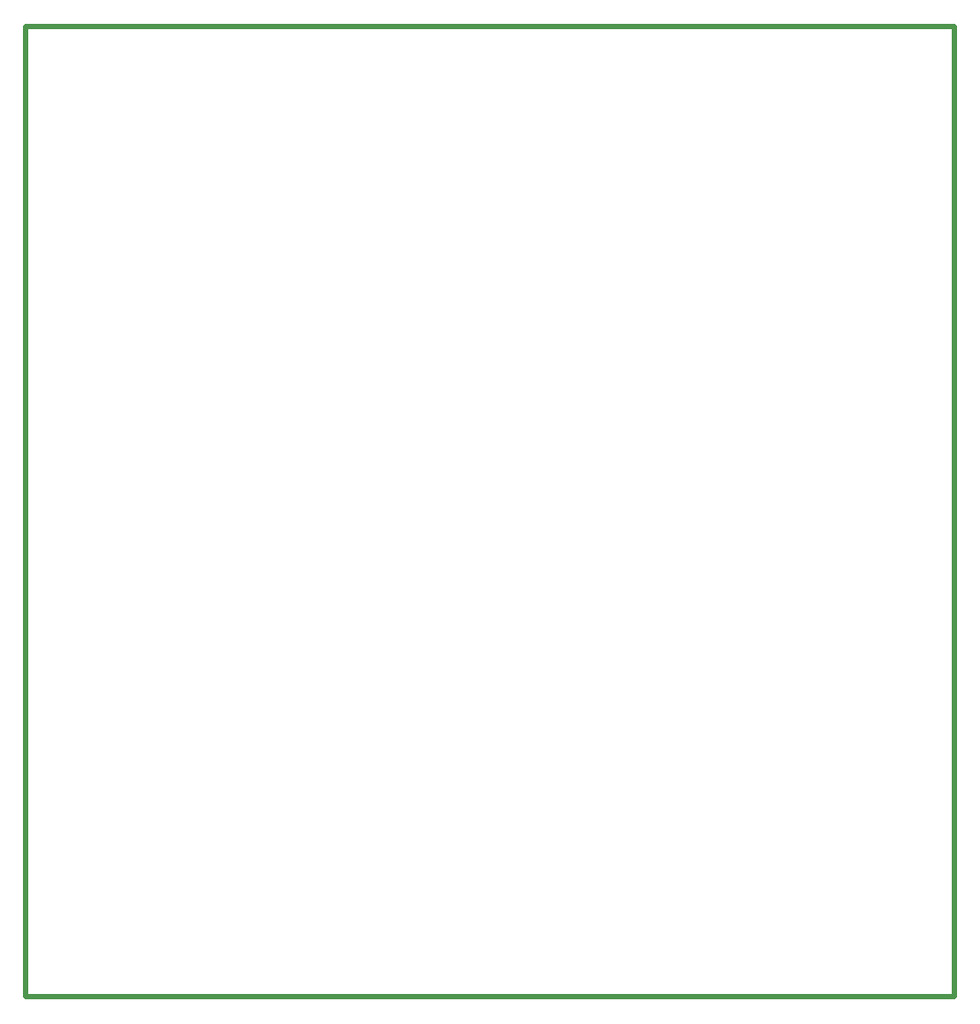
<source format=gm1>
G04*
G04 #@! TF.GenerationSoftware,Altium Limited,Altium Designer,18.0.9 (584)*
G04*
G04 Layer_Color=16711935*
%FSLAX44Y44*%
%MOMM*%
G71*
G01*
G75*
%ADD33C,0.5000*%
D33*
X0Y0D02*
X890000D01*
X0D02*
Y930000D01*
X890000D01*
Y0D02*
Y930000D01*
M02*

</source>
